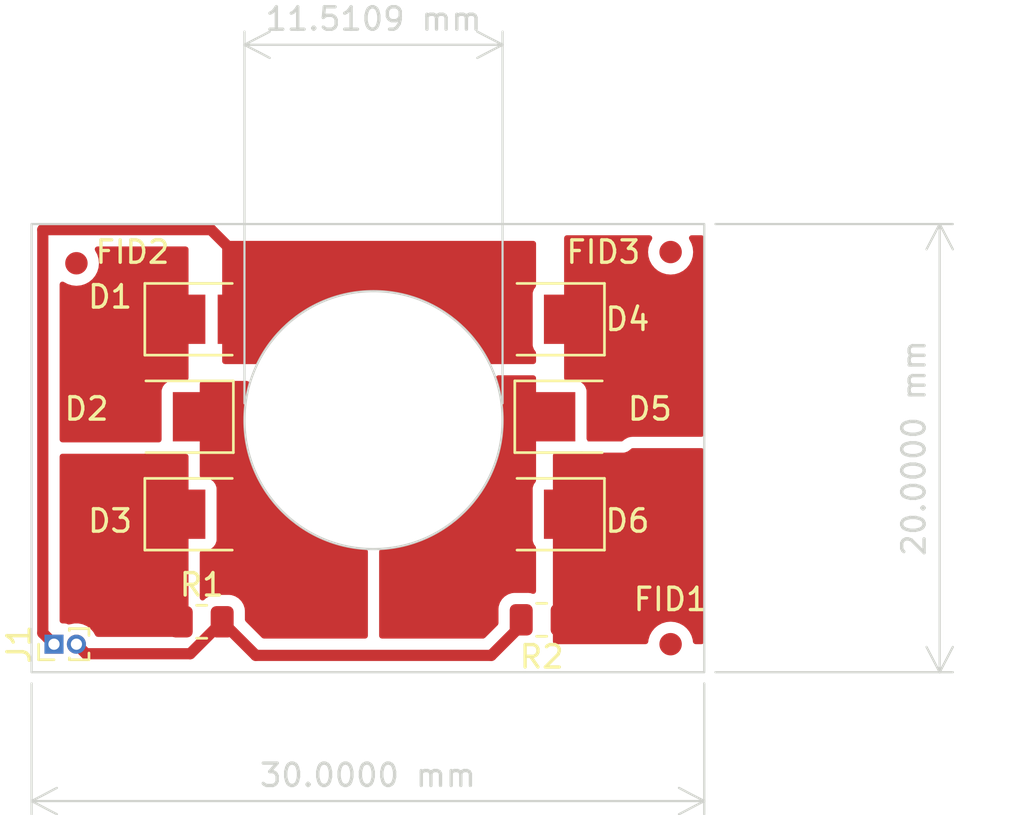
<source format=kicad_pcb>
(kicad_pcb (version 20240108) (generator "pcbnew") (generator_version "8.0")
  (title_block (title "Testdruck Aeoon") (date "2024-07-19") (rev "1") (company "enGYneer") (comment 1 "by Martin Gyurkó") (comment 2 "(c) 2024-07-19"))
  (layers (0 "F.Cu" signal) (31 "B.Cu" signal) (34 "B.Paste" user) (35 "F.Paste" user) (36 "B.SilkS" user "B.Silkscreen") (37 "F.SilkS" user "F.Silkscreen") (38 "B.Mask" user) (39 "F.Mask" user) (44 "Edge.Cuts" user))
  (net 0 "")
  (net 1 "/24Vin")
  (net 2 "Net-(D1-K)")
  (net 3 "/Gnd")
  (net 4 "Net-(D2-K)")
  (net 5 "Net-(D3-K)")
  (net 6 "Net-(D4-K)")
  (net 7 "Net-(D5-K)")
  (net 8 "Net-(D6-K)")
  (footprint "Fiducial:Fiducial_1mm_Mask2mm" (layer "F.Cu") (at 105.5 85.5)
    (property "Reference" "FID2" (at 2.5 -0.5 0) (layer "F.SilkS"))
    (property "Value" "Fiducial")
    (pad "" smd circle (at 0 0) (size 1 1) (layers "F.Cu" "F.Mask") (clearance 0.5))
  )
  (footprint "LED_SMD:LED_PLCC_2835_Handsoldering" (layer "F.Cu") (at 127.55 92.35)
    (property "Reference" "D5" (at 3.525 -0.35 360) (layer "F.SilkS"))
    (property "Value" "LED")
    (fp_line (start -2.5 -1.6) (end -2.5 1.6) (stroke (width 0.12)) (layer "F.SilkS"))
    (fp_line (start 1.4 -1.6) (end -2.5 -1.6) (stroke (width 0.12)) (layer "F.SilkS"))
    (fp_line (start 1.4 1.6) (end -2.5 1.6) (stroke (width 0.12)) (layer "F.SilkS"))
    (pad "1" smd rect (at -1.05 0) (size 2.5 2.2) (layers "F.Cu" "F.Paste" "F.Mask") (net 7 "Net-(D5-K)"))
    (pad "2" smd rect (at 1.525 0) (size 1.55 2.2) (layers "F.Cu" "F.Paste" "F.Mask") (net 6 "Net-(D4-K)"))
  )
  (footprint "Resistor_SMD:R_0805_2012Metric" (layer "F.Cu") (at 126.25 101.4125 180)
    (property "Reference" "R2" (at 0 -1.65 360) (layer "F.SilkS"))
    (property "Value" "100")
    (fp_line (start -0.227064 0.735) (end 0.227064 0.735) (stroke (width 0.12)) (layer "F.SilkS"))
    (fp_line (start -0.227064 -0.735) (end 0.227064 -0.735) (stroke (width 0.12)) (layer "F.SilkS"))
    (pad "1" smd roundrect (at -0.9125 0 180) (size 1.025 1.4) (layers "F.Cu" "F.Paste" "F.Mask") (roundrect_rratio 0.243902) (net 8 "Net-(D6-K)"))
    (pad "2" smd roundrect (at 0.9125 0 180) (size 1.025 1.4) (layers "F.Cu" "F.Paste" "F.Mask") (roundrect_rratio 0.243902) (net 3 "/Gnd"))
  )
  (footprint "LED_SMD:LED_PLCC_2835_Handsoldering" (layer "F.Cu") (at 110 92.35 180)
    (property "Reference" "D2" (at 4.05 0.35 360) (layer "F.SilkS"))
    (property "Value" "LED")
    (fp_line (start 1.4 1.6) (end -2.5 1.6) (stroke (width 0.12)) (layer "F.SilkS"))
    (fp_line (start 1.4 -1.6) (end -2.5 -1.6) (stroke (width 0.12)) (layer "F.SilkS"))
    (fp_line (start -2.5 -1.6) (end -2.5 1.6) (stroke (width 0.12)) (layer "F.SilkS"))
    (pad "1" smd rect (at -1.05 0 180) (size 2.5 2.2) (layers "F.Cu" "F.Paste" "F.Mask") (net 4 "Net-(D2-K)"))
    (pad "2" smd rect (at 1.525 0 180) (size 1.55 2.2) (layers "F.Cu" "F.Paste" "F.Mask") (net 2 "Net-(D1-K)"))
  )
  (footprint "LED_SMD:LED_PLCC_2835_Handsoldering" (layer "F.Cu") (at 111.05 88)
    (property "Reference" "D1" (at -4.05 -1 0) (layer "F.SilkS"))
    (property "Value" "LED")
    (fp_line (start -2.5 -1.6) (end -2.5 1.6) (stroke (width 0.12)) (layer "F.SilkS"))
    (fp_line (start 1.4 -1.6) (end -2.5 -1.6) (stroke (width 0.12)) (layer "F.SilkS"))
    (fp_line (start 1.4 1.6) (end -2.5 1.6) (stroke (width 0.12)) (layer "F.SilkS"))
    (pad "1" smd rect (at -1.05 0) (size 2.5 2.2) (layers "F.Cu" "F.Paste" "F.Mask") (net 2 "Net-(D1-K)"))
    (pad "2" smd rect (at 1.525 0) (size 1.55 2.2) (layers "F.Cu" "F.Paste" "F.Mask") (net 1 "/24Vin"))
  )
  (footprint "LED_SMD:LED_PLCC_2835_Handsoldering" (layer "F.Cu") (at 111.05 96.7)
    (property "Reference" "D3" (at -4.05 0.3 0) (layer "F.SilkS"))
    (property "Value" "LED")
    (fp_line (start -2.5 -1.6) (end -2.5 1.6) (stroke (width 0.12)) (layer "F.SilkS"))
    (fp_line (start 1.4 -1.6) (end -2.5 -1.6) (stroke (width 0.12)) (layer "F.SilkS"))
    (fp_line (start 1.4 1.6) (end -2.5 1.6) (stroke (width 0.12)) (layer "F.SilkS"))
    (pad "1" smd rect (at -1.05 0) (size 2.5 2.2) (layers "F.Cu" "F.Paste" "F.Mask") (net 5 "Net-(D3-K)"))
    (pad "2" smd rect (at 1.525 0) (size 1.55 2.2) (layers "F.Cu" "F.Paste" "F.Mask") (net 4 "Net-(D2-K)"))
  )
  (footprint "Fiducial:Fiducial_1mm_Mask2mm" (layer "F.Cu") (at 132 102.5)
    (property "Reference" "FID1" (at 0 -2 0) (layer "F.SilkS"))
    (property "Value" "Fiducial")
    (pad "" smd circle (at 0 0) (size 1 1) (layers "F.Cu" "F.Mask") (clearance 0.5))
  )
  (footprint "LED_SMD:LED_PLCC_2835_Handsoldering" (layer "F.Cu") (at 126.55 88 180)
    (property "Reference" "D4" (at -3.525 0 360) (layer "F.SilkS"))
    (property "Value" "LED")
    (fp_line (start 1.4 1.6) (end -2.5 1.6) (stroke (width 0.12)) (layer "F.SilkS"))
    (fp_line (start 1.4 -1.6) (end -2.5 -1.6) (stroke (width 0.12)) (layer "F.SilkS"))
    (fp_line (start -2.5 -1.6) (end -2.5 1.6) (stroke (width 0.12)) (layer "F.SilkS"))
    (pad "1" smd rect (at -1.05 0 180) (size 2.5 2.2) (layers "F.Cu" "F.Paste" "F.Mask") (net 6 "Net-(D4-K)"))
    (pad "2" smd rect (at 1.525 0 180) (size 1.55 2.2) (layers "F.Cu" "F.Paste" "F.Mask") (net 1 "/24Vin"))
  )
  (footprint "Connector_PinHeader_1.00mm:PinHeader_1x02_P1.00mm_Vertical" (layer "F.Cu") (at 104.5 102.5 90)
    (property "Reference" "J1" (at 0 -1.56 90) (layer "F.SilkS"))
    (property "Value" "Conn_01x02_Pin")
    (fp_line (start -0.695 -0.685) (end 0 -0.685) (stroke (width 0.12)) (layer "F.SilkS"))
    (fp_line (start -0.695 0) (end -0.695 -0.685) (stroke (width 0.12)) (layer "F.SilkS"))
    (fp_line (start 0.695 0.685) (end 0.695 1.56) (stroke (width 0.12)) (layer "F.SilkS"))
    (fp_line (start 0.608276 0.685) (end 0.695 0.685) (stroke (width 0.12)) (layer "F.SilkS"))
    (fp_line (start -0.695 0.685) (end -0.608276 0.685) (stroke (width 0.12)) (layer "F.SilkS"))
    (fp_line (start -0.695 0.685) (end -0.695 1.56) (stroke (width 0.12)) (layer "F.SilkS"))
    (fp_line (start 0.394493 1.56) (end 0.695 1.56) (stroke (width 0.12)) (layer "F.SilkS"))
    (fp_line (start -0.695 1.56) (end -0.394493 1.56) (stroke (width 0.12)) (layer "F.SilkS"))
    (pad "1" thru_hole rect (at 0 0 90) (size 0.85 0.85) (drill 0.5) (layers "*.Cu" "*.Mask") (net 1 "/24Vin"))
    (pad "2" thru_hole oval (at 0 1 90) (size 0.85 0.85) (drill 0.5) (layers "*.Cu" "*.Mask") (net 3 "/Gnd"))
  )
  (footprint "Fiducial:Fiducial_1mm_Mask2mm" (layer "F.Cu") (at 132 85)
    (property "Reference" "FID3" (at -3 0 0) (layer "F.SilkS"))
    (property "Value" "Fiducial")
    (pad "" smd circle (at 0 0) (size 1 1) (layers "F.Cu" "F.Mask") (clearance 0.5))
  )
  (footprint "LED_SMD:LED_PLCC_2835_Handsoldering" (layer "F.Cu") (at 126.55 96.7 180)
    (property "Reference" "D6" (at -3.525 -0.3 360) (layer "F.SilkS"))
    (property "Value" "LED")
    (fp_line (start 1.4 1.6) (end -2.5 1.6) (stroke (width 0.12)) (layer "F.SilkS"))
    (fp_line (start 1.4 -1.6) (end -2.5 -1.6) (stroke (width 0.12)) (layer "F.SilkS"))
    (fp_line (start -2.5 -1.6) (end -2.5 1.6) (stroke (width 0.12)) (layer "F.SilkS"))
    (pad "1" smd rect (at -1.05 0 180) (size 2.5 2.2) (layers "F.Cu" "F.Paste" "F.Mask") (net 8 "Net-(D6-K)"))
    (pad "2" smd rect (at 1.525 0 180) (size 1.55 2.2) (layers "F.Cu" "F.Paste" "F.Mask") (net 7 "Net-(D5-K)"))
  )
  (footprint "Resistor_SMD:R_0805_2012Metric" (layer "F.Cu") (at 111.0875 101.5)
    (property "Reference" "R1" (at 0 -1.65 360) (layer "F.SilkS"))
    (property "Value" "100")
    (fp_line (start -0.227064 -0.735) (end 0.227064 -0.735) (stroke (width 0.12)) (layer "F.SilkS"))
    (fp_line (start -0.227064 0.735) (end 0.227064 0.735) (stroke (width 0.12)) (layer "F.SilkS"))
    (pad "1" smd roundrect (at -0.9125 0) (size 1.025 1.4) (layers "F.Cu" "F.Paste" "F.Mask") (roundrect_rratio 0.243902) (net 5 "Net-(D3-K)"))
    (pad "2" smd roundrect (at 0.9125 0) (size 1.025 1.4) (layers "F.Cu" "F.Paste" "F.Mask") (roundrect_rratio 0.243902) (net 3 "/Gnd"))
  )
  (gr_circle (center 118.75 92.5) (end 124.5 92.25) (stroke (width 0.1)) (fill none) (layer "Edge.Cuts"))
  (gr_rect (start 103.5 83.75) (end 133.5 103.75) (stroke (width 0.1)) (fill none) (layer "Edge.Cuts"))
  (dimension (type aligned) (layer "Edge.Cuts") (pts (xy 133.5 83.75) (xy 133.5 103.75)) (height -10.5) (gr_text "20,0000 mm" (at 142.85 93.75 90) (layer "Edge.Cuts") (effects (font (size 1 1) (thickness 0.15)))) (format (prefix "") (suffix "") (units 3) (units_format 1) (precision 4)) (style (thickness 0.1) (arrow_length 1.27) (text_position_mode 0) (extension_height 0.58642) (extension_offset 0.5) keep_text_aligned))
  (dimension (type aligned) (layer "Edge.Cuts") (pts (xy 112.994568 92.25) (xy 124.505432 92.25)) (height -16.5) (gr_text "11,5109 mm" (at 118.75 74.6 0) (layer "Edge.Cuts") (effects (font (size 1 1) (thickness 0.15)))) (format (prefix "") (suffix "") (units 3) (units_format 1) (precision 4)) (style (thickness 0.1) (arrow_length 1.27) (text_position_mode 0) (extension_height 0.58642) (extension_offset 0.5) keep_text_aligned))
  (dimension (type aligned) (layer "Edge.Cuts") (pts (xy 133.5 103.75) (xy 103.5 103.75)) (height -5.75) (gr_text "30,0000 mm" (at 118.5 108.35 0) (layer "Edge.Cuts") (effects (font (size 1 1) (thickness 0.15)))) (format (prefix "") (suffix "") (units 3) (units_format 1) (precision 4)) (style (thickness 0.1) (arrow_length 1.27) (text_position_mode 0) (extension_height 0.58642) (extension_offset 0.5) keep_text_aligned))
  (segment (start 104.5 102.5) (end 104 102) (width 0.5) (layer "F.Cu") (net 1))
  (segment (start 104 102) (end 104 84) (width 0.5) (layer "F.Cu") (net 1))
  (segment (start 112.575 86.075) (end 112.575 88) (width 0.5) (layer "F.Cu") (net 1))
  (segment (start 112.5 85) (end 112.5 86) (width 0.5) (layer "F.Cu") (net 1))
  (segment (start 104 84) (end 111.5 84) (width 0.5) (layer "F.Cu") (net 1))
  (segment (start 112.5 86) (end 112.575 86.075) (width 0.5) (layer "F.Cu") (net 1))
  (segment (start 111.5 84) (end 112.5 85) (width 0.5) (layer "F.Cu") (net 1))
  (segment (start 110.575001 102.924999) (end 105.924999 102.924999) (width 0.5) (layer "F.Cu") (net 3))
  (segment (start 113.5 103) (end 112 101.5) (width 0.5) (layer "F.Cu") (net 3))
  (segment (start 124 103) (end 113.5 103) (width 0.5) (layer "F.Cu") (net 3))
  (segment (start 125.3375 101.6625) (end 124 103) (width 0.5) (layer "F.Cu") (net 3))
  (segment (start 125.3375 101.4125) (end 125.3375 101.6625) (width 0.5) (layer "F.Cu") (net 3))
  (segment (start 112 101.5) (end 110.575001 102.924999) (width 0.5) (layer "F.Cu") (net 3))
  (segment (start 105.924999 102.924999) (end 105.5 102.5) (width 0.5) (layer "F.Cu") (net 3))
  (zone (net 4) (net_name "Net-(D2-K)") (layer "F.Cu") (priority 4) (connect_pads yes (clearance 0.5)) (min_thickness 0.25) (fill yes (thermal_gap 0.5) (thermal_bridge_width 0.5))
    (polygon (pts (xy 112 90.75) (xy 113.75 90.75) (xy 116.25 94.5) (xy 118.5 96.5) (xy 118.5 102.75) (xy 111 102.75) (xy 111 90.75)))
  )
  (zone (net 2) (net_name "Net-(D1-K)") (layer "F.Cu") (connect_pads yes (clearance 0.5)) (min_thickness 0.25) (fill yes (thermal_gap 0.5) (thermal_bridge_width 0.5))
    (polygon (pts (xy 103.25 84.75) (xy 110.5 84.75) (xy 110.5 94) (xy 103.25 94)))
  )
  (zone (net 8) (net_name "Net-(D6-K)") (layer "F.Cu") (priority 2) (connect_pads yes (clearance 0.5)) (min_thickness 0.25) (fill yes (thermal_gap 0.5) (thermal_bridge_width 0.5))
    (polygon (pts (xy 126.75 93.75) (xy 133.75 93.75) (xy 133.75 102.5) (xy 126.75 102.5)))
  )
  (zone (net 6) (net_name "Net-(D4-K)") (layer "F.Cu") (priority 1) (connect_pads yes (clearance 0.5)) (min_thickness 0.25) (fill yes (thermal_gap 0.5) (thermal_bridge_width 0.5))
    (polygon (pts (xy 133.75 84.25) (xy 133.75 94) (xy 127.25 94) (xy 127.25 84.25)))
  )
  (zone (net 5) (net_name "Net-(D3-K)") (layer "F.Cu") (priority 2) (connect_pads yes (clearance 0.5)) (min_thickness 0.25) (fill yes (thermal_gap 0.5) (thermal_bridge_width 0.5))
    (polygon (pts (xy 103.5 94) (xy 110.5 94) (xy 110.5 102.75) (xy 103.5 102.75)))
  )
  (zone (net 1) (net_name "/24Vin") (layer "F.Cu") (priority 3) (connect_pads yes (clearance 0.5)) (min_thickness 0.25) (fill yes (thermal_gap 0.5) (thermal_bridge_width 0.5))
    (polygon (pts (xy 112 84.5) (xy 126 84.5) (xy 126 90) (xy 112 90)))
  )
  (zone (net 7) (net_name "Net-(D5-K)") (layer "F.Cu") (priority 5) (connect_pads yes (clearance 0.5)) (min_thickness 0.25) (fill yes (thermal_gap 0.5) (thermal_bridge_width 0.5))
    (polygon (pts (xy 126 90.5) (xy 119 90.5) (xy 119 102.75) (xy 126 102.75)))
  )
)
</source>
